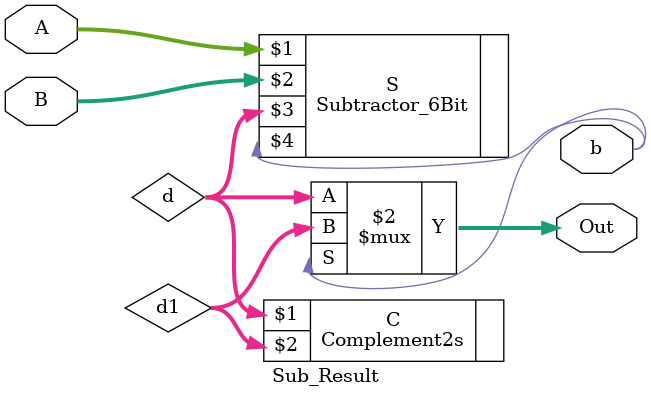
<source format=v>
module Sub_Result(

    input [5:0] A,
    input [5:0] B,
    output [5:0] Out,
	 output b
    );
	 
wire [5:0]d;
wire [5:0]d1;

Subtractor_6Bit S(A,B,d,b);
Complement2s C(d, d1);
assign Out=(b == 1'b1)?d1:d;
endmodule
</source>
